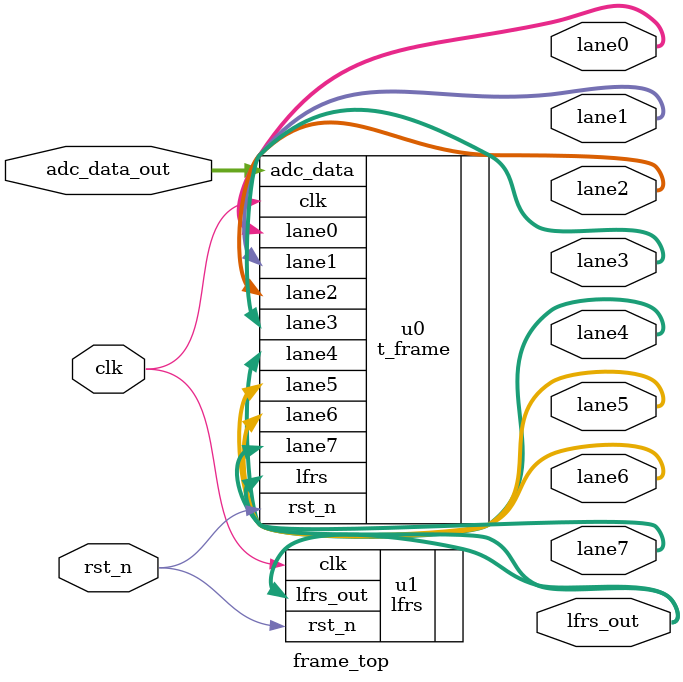
<source format=v>
`timescale 1ns/1ps

module frame_top(  
                   input        clk,
                   input        rst_n,
                   input [47:0] adc_data_out,
				   
				   output [3:0] lfrs_out,
				   
                   output [7:0] lane0,
                   output [7:0] lane1,
				   output [7:0] lane2,
				   output [7:0] lane3,
				   output [7:0] lane4,
				   output [7:0] lane5,
				   output [7:0] lane6,
				   output [7:0] lane7
               );			  



t_frame  u0 (  .clk        (clk)      ,
               .rst_n      (rst_n)    ,
               .adc_data   (adc_data_out) ,
               .lfrs       (lfrs_out)    ,
               .lane0      (lane0)    ,
               .lane1      (lane1)    ,
               .lane2      (lane2)    ,
               .lane3      (lane3)    ,
               .lane4      (lane4)    ,
               .lane5      (lane5)    ,
               .lane6      (lane6)    ,
               .lane7      (lane7)
              );

lfrs   u1 (    .clk        (clk)      ,
               .rst_n      (rst_n)   ,
               .lfrs_out   (lfrs_out)              
               );
 endmodule

               

</source>
